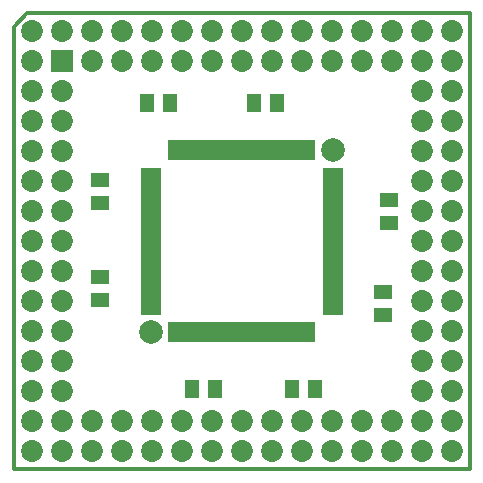
<source format=gts>
G04 Layer_Color=8388736*
%FSLAX44Y44*%
%MOMM*%
G71*
G01*
G75*
%ADD16C,0.3500*%
%ADD23R,1.7032X0.5032*%
%ADD24R,0.5032X1.7032*%
%ADD25C,2.0000*%
%ADD26R,1.5032X1.2032*%
%ADD27R,1.2032X1.5032*%
%ADD28C,1.8542*%
%ADD29R,1.8542X1.8542*%
D16*
X-181610Y193040D02*
X193040D01*
X-193040Y181610D02*
X-181610Y193040D01*
X-193040Y-193040D02*
Y181610D01*
X193040Y-193040D02*
Y193040D01*
X-193040Y-193040D02*
X193040D01*
D23*
X-77000Y60000D02*
D03*
Y55000D02*
D03*
Y50000D02*
D03*
Y45000D02*
D03*
Y40000D02*
D03*
Y35000D02*
D03*
Y30000D02*
D03*
Y25000D02*
D03*
Y20000D02*
D03*
Y15000D02*
D03*
Y10000D02*
D03*
Y5000D02*
D03*
Y-0D02*
D03*
Y-5000D02*
D03*
Y-10000D02*
D03*
Y-15000D02*
D03*
Y-20000D02*
D03*
Y-25000D02*
D03*
Y-30000D02*
D03*
Y-35000D02*
D03*
Y-40000D02*
D03*
Y-45000D02*
D03*
Y-50000D02*
D03*
Y-55000D02*
D03*
Y-60000D02*
D03*
X77000D02*
D03*
Y-55000D02*
D03*
Y-50000D02*
D03*
Y-45000D02*
D03*
Y-40000D02*
D03*
Y-35000D02*
D03*
Y-30000D02*
D03*
Y-25000D02*
D03*
Y-20000D02*
D03*
Y-15000D02*
D03*
Y-10000D02*
D03*
Y-5000D02*
D03*
Y-0D02*
D03*
Y5000D02*
D03*
Y10000D02*
D03*
Y15000D02*
D03*
Y20000D02*
D03*
Y25000D02*
D03*
Y30000D02*
D03*
Y35000D02*
D03*
Y40000D02*
D03*
Y45000D02*
D03*
Y50000D02*
D03*
Y55000D02*
D03*
Y60000D02*
D03*
D24*
X-60000Y-77000D02*
D03*
X-55000D02*
D03*
X-50000D02*
D03*
X-45000D02*
D03*
X-40000D02*
D03*
X-35000D02*
D03*
X-30000D02*
D03*
X-25000D02*
D03*
X-20000D02*
D03*
X-15000D02*
D03*
X-10000D02*
D03*
X-5000D02*
D03*
X-0D02*
D03*
X5000D02*
D03*
X10000D02*
D03*
X15000D02*
D03*
X20000D02*
D03*
X25000D02*
D03*
X30000D02*
D03*
X35000D02*
D03*
X40000D02*
D03*
X45000D02*
D03*
X50000D02*
D03*
X55000D02*
D03*
X60000D02*
D03*
Y77000D02*
D03*
X55000D02*
D03*
X50000D02*
D03*
X45000D02*
D03*
X40000D02*
D03*
X35000D02*
D03*
X30000D02*
D03*
X25000D02*
D03*
X20000D02*
D03*
X15000D02*
D03*
X10000D02*
D03*
X5000D02*
D03*
X-0D02*
D03*
X-5000D02*
D03*
X-10000D02*
D03*
X-15000D02*
D03*
X-20000D02*
D03*
X-25000D02*
D03*
X-30000D02*
D03*
X-35000D02*
D03*
X-40000D02*
D03*
X-45000D02*
D03*
X-50000D02*
D03*
X-55000D02*
D03*
X-60000D02*
D03*
D25*
X77000D02*
D03*
X-77000Y-77000D02*
D03*
D26*
X-120000Y52250D02*
D03*
Y32750D02*
D03*
Y-30250D02*
D03*
Y-49750D02*
D03*
X120000Y-62250D02*
D03*
Y-42750D02*
D03*
X125000Y15250D02*
D03*
Y34750D02*
D03*
D27*
X-42250Y-125000D02*
D03*
X-22750D02*
D03*
X42750D02*
D03*
X62250D02*
D03*
X29750Y117500D02*
D03*
X10250D02*
D03*
X-60250D02*
D03*
X-79750D02*
D03*
D28*
X177800Y-177800D02*
D03*
Y-152400D02*
D03*
Y-127000D02*
D03*
Y-101600D02*
D03*
Y-76200D02*
D03*
Y-50800D02*
D03*
Y-25400D02*
D03*
Y-0D02*
D03*
Y25400D02*
D03*
Y50800D02*
D03*
Y76200D02*
D03*
Y101600D02*
D03*
Y127000D02*
D03*
Y152400D02*
D03*
Y177800D02*
D03*
X152400Y-177800D02*
D03*
Y-127000D02*
D03*
Y-101600D02*
D03*
Y-76200D02*
D03*
Y-50800D02*
D03*
Y-25400D02*
D03*
Y-0D02*
D03*
Y25400D02*
D03*
Y50800D02*
D03*
Y76200D02*
D03*
Y101600D02*
D03*
Y127000D02*
D03*
Y177800D02*
D03*
X127000Y-177800D02*
D03*
Y-152400D02*
D03*
Y152400D02*
D03*
Y177800D02*
D03*
X101600Y-177800D02*
D03*
Y-152400D02*
D03*
Y152400D02*
D03*
Y177800D02*
D03*
X76200Y-177800D02*
D03*
Y-152400D02*
D03*
Y152400D02*
D03*
Y177800D02*
D03*
X50800Y-177800D02*
D03*
Y-152400D02*
D03*
Y152400D02*
D03*
Y177800D02*
D03*
X25400Y-177800D02*
D03*
Y-152400D02*
D03*
Y152400D02*
D03*
Y177800D02*
D03*
X-0Y-177800D02*
D03*
Y-152400D02*
D03*
Y152400D02*
D03*
Y177800D02*
D03*
X-25400Y-177800D02*
D03*
Y-152400D02*
D03*
Y152400D02*
D03*
Y177800D02*
D03*
X-50800Y-177800D02*
D03*
Y-152400D02*
D03*
Y152400D02*
D03*
Y177800D02*
D03*
X-76200Y-177800D02*
D03*
Y-152400D02*
D03*
Y152400D02*
D03*
Y177800D02*
D03*
X-101600Y-177800D02*
D03*
Y-152400D02*
D03*
Y152400D02*
D03*
Y177800D02*
D03*
X-127000Y-177800D02*
D03*
Y-152400D02*
D03*
Y152400D02*
D03*
Y177800D02*
D03*
X-152400Y-177800D02*
D03*
Y-127000D02*
D03*
Y-101600D02*
D03*
Y-76200D02*
D03*
Y-50800D02*
D03*
Y-25400D02*
D03*
Y-0D02*
D03*
Y25400D02*
D03*
Y50800D02*
D03*
Y76200D02*
D03*
Y101600D02*
D03*
Y127000D02*
D03*
Y177800D02*
D03*
X-177800Y-177800D02*
D03*
Y-152400D02*
D03*
Y-127000D02*
D03*
Y-101600D02*
D03*
Y-76200D02*
D03*
Y-50800D02*
D03*
Y-25400D02*
D03*
Y-0D02*
D03*
Y25400D02*
D03*
Y50800D02*
D03*
Y76200D02*
D03*
Y101600D02*
D03*
Y127000D02*
D03*
Y152400D02*
D03*
Y177800D02*
D03*
X-152400Y-152400D02*
D03*
X152400D02*
D03*
Y152400D02*
D03*
D29*
X-152400D02*
D03*
M02*

</source>
